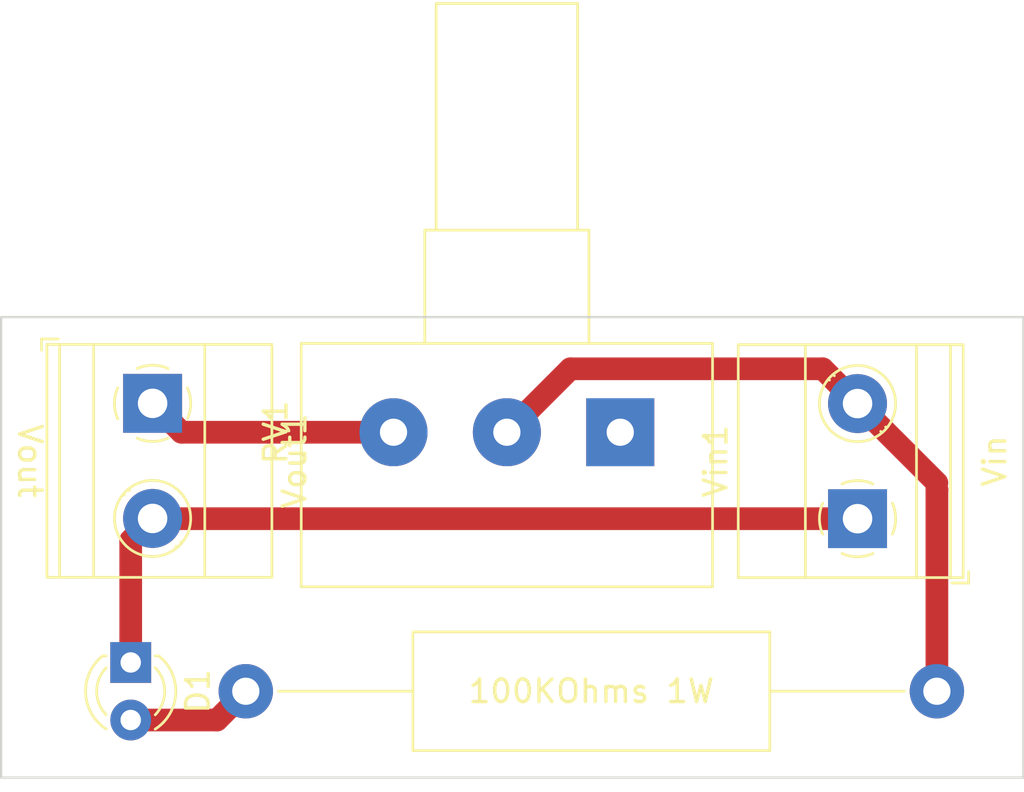
<source format=kicad_pcb>
(kicad_pcb (version 20211014) (generator pcbnew)
  (layers (0 "F.Cu" signal) (31 "B.Cu" signal) (34 "B.Paste" user) (35 "F.Paste" user) (36 "B.SilkS" user "B.Silkscreen") (37 "F.SilkS" user "F.Silkscreen") (38 "B.Mask" user) (39 "F.Mask" user) (44 "Edge.Cuts" user))
  (net 0 "")
  (net 1 "Net-(D1-Pad1)")
  (net 2 "Net-(D1-Pad2)")
  (net 3 "Net-(Vin1-Pad2)")
  (net 4 "Net-(Vout1-Pad1)")
  (footprint "TerminalBlock_Phoenix:TerminalBlock_Phoenix_MKDS-1,5-2-5.08_1x02_P5.08mm_Horizontal" (layer "F.Cu") (at 170.485 71.125 90)
    (fp_text reference "Vin1" (at 2.54 -6.26 90) (layer "F.SilkS"))
    (fp_text value "Screw_Terminal_01x02")
    (fp_line (start -2.84 4.9) (end -2.34 4.9) (layer "F.SilkS") (width 0.12))
    (fp_line (start -2.6 -5.261) (end -2.6 4.66) (layer "F.SilkS") (width 0.12))
    (fp_line (start 7.68 -5.261) (end 7.68 4.66) (layer "F.SilkS") (width 0.12))
    (fp_line (start -2.6 2.6) (end 7.68 2.6) (layer "F.SilkS") (width 0.12))
    (fp_line (start -2.84 4.16) (end -2.84 4.9) (layer "F.SilkS") (width 0.12))
    (fp_line (start -2.6 4.66) (end 7.68 4.66) (layer "F.SilkS") (width 0.12))
    (fp_line (start -2.6 4.1) (end 7.68 4.1) (layer "F.SilkS") (width 0.12))
    (fp_line (start 4.046 1.239) (end 4.011 1.274) (layer "F.SilkS") (width 0.12))
    (fp_line (start 6.355 -1.069) (end 6.308 -1.023) (layer "F.SilkS") (width 0.12))
    (fp_line (start 3.853 1.023) (end 3.806 1.069) (layer "F.SilkS") (width 0.12))
    (fp_line (start -2.6 -2.301) (end 7.68 -2.301) (layer "F.SilkS") (width 0.12))
    (fp_line (start -2.6 -5.261) (end 7.68 -5.261) (layer "F.SilkS") (width 0.12))
    (fp_line (start 6.15 -1.275) (end 6.115 -1.239) (layer "F.SilkS") (width 0.12))
    (fp_arc (start -0.683042 -1.535427) (mid 0.000524 -1.680501) (end 0.684 -1.535) (layer "F.SilkS") (width 0.12))
    (fp_arc (start 0.683318 1.534756) (mid 0.349292 1.643288) (end 0 1.68) (layer "F.SilkS") (width 0.12))
    (fp_arc (start 0.028805 1.680253) (mid -0.335551 1.646659) (end -0.684 1.535) (layer "F.SilkS") (width 0.12))
    (fp_arc (start -1.535427 0.683042) (mid -1.680501 -0.000524) (end -1.535 -0.684) (layer "F.SilkS") (width 0.12))
    (fp_arc (start 1.535427 -0.683042) (mid 1.680501 0.000524) (end 1.535 0.684) (layer "F.SilkS") (width 0.12))
    (fp_circle (center 5.08 0) (end 6.76 0) (layer "F.SilkS") (width 0.12) (fill none))
    (pad "1" thru_hole rect (at 0 0 90) (size 2.6 2.6) (drill 1.3) (layers *.Cu *.Mask) (net 1 "Net-(D1-Pad1)"))
    (pad "2" thru_hole circle (at 5.08 0 90) (size 2.6 2.6) (drill 1.3) (layers *.Cu *.Mask) (net 3 "Net-(Vin1-Pad2)"))
  )
  (footprint "Potentiometer_THT:Potentiometer_Alps_RK163_Single_Horizontal" (layer "F.Cu") (at 160.02 67.31 -90)
    (fp_text reference "RV1" (at 0 15.2 90) (layer "F.SilkS"))
    (fp_text value "R_Potentiometer")
    (fp_line (start -8.92 8.62) (end -8.92 1.38) (layer "F.SilkS") (width 0.12))
    (fp_line (start -8.92 8.12) (end -18.92 8.12) (layer "F.SilkS") (width 0.12))
    (fp_line (start -3.92 14.07) (end -3.92 -4.07) (layer "F.SilkS") (width 0.12))
    (fp_line (start 6.82 14.07) (end -3.92 14.07) (layer "F.SilkS") (width 0.12))
    (fp_line (start -3.92 1.38) (end -8.92 1.38) (layer "F.SilkS") (width 0.12))
    (fp_line (start 6.82 -4.07) (end -3.92 -4.07) (layer "F.SilkS") (width 0.12))
    (fp_line (start -8.92 1.88) (end -18.92 1.88) (layer "F.SilkS") (width 0.12))
    (fp_line (start -3.92 8.62) (end -8.92 8.62) (layer "F.SilkS") (width 0.12))
    (fp_line (start -18.92 8.12) (end -18.92 1.88) (layer "F.SilkS") (width 0.12))
    (fp_line (start 6.82 14.07) (end 6.82 -4.07) (layer "F.SilkS") (width 0.12))
    (pad "1" thru_hole rect (at 0 0 90) (size 3 3) (drill 1.2) (layers *.Cu *.Mask))
    (pad "2" thru_hole circle (at 0 5 90) (size 3 3) (drill 1.2) (layers *.Cu *.Mask) (net 3 "Net-(Vin1-Pad2)"))
    (pad "3" thru_hole circle (at 0 10 90) (size 3 3) (drill 1.2) (layers *.Cu *.Mask) (net 4 "Net-(Vout1-Pad1)"))
  )
  (footprint "LED_THT:LED_D3.0mm" (layer "F.Cu") (at 138.43 77.47 -90)
    (fp_text reference "D1" (at 1.27 -2.96 90) (layer "F.SilkS"))
    (fp_text value "LED")
    (fp_line (start -0.29 -1.236) (end -0.29 -1.08) (layer "F.SilkS") (width 0.12))
    (fp_line (start -0.29 1.08) (end -0.29 1.236) (layer "F.SilkS") (width 0.12))
    (fp_arc (start 2.942335 1.078608) (mid 1.366487 1.987659) (end -0.29 1.235516) (layer "F.SilkS") (width 0.12))
    (fp_arc (start 2.31113 1.079837) (mid 1.270117 1.5) (end 0.229039 1.08) (layer "F.SilkS") (width 0.12))
    (fp_arc (start 0.229039 -1.08) (mid 1.270117 -1.5) (end 2.31113 -1.079837) (layer "F.SilkS") (width 0.12))
    (fp_arc (start -0.29 -1.235516) (mid 1.366487 -1.987659) (end 2.942335 -1.078608) (layer "F.SilkS") (width 0.12))
    (pad "1" thru_hole rect (at 0 0 270) (size 1.8 1.8) (drill 0.9) (layers *.Cu *.Mask) (net 1 "Net-(D1-Pad1)"))
    (pad "2" thru_hole circle (at 2.54 0 270) (size 1.8 1.8) (drill 0.9) (layers *.Cu *.Mask) (net 2 "Net-(D1-Pad2)"))
  )
  (footprint "Resistor_THT:R_Axial_DIN0516_L15.5mm_D5.0mm_P30.48mm_Horizontal" (layer "F.Cu") (at 143.505 78.74)
    (fp_text reference "100KOhms 1W" (at 15.24 0) (layer "F.SilkS"))
    (fp_text value "100K_1W")
    (fp_line (start 23.11 2.62) (end 23.11 -2.62) (layer "F.SilkS") (width 0.12))
    (fp_line (start 1.44 0) (end 7.37 0) (layer "F.SilkS") (width 0.12))
    (fp_line (start 29.04 0) (end 23.11 0) (layer "F.SilkS") (width 0.12))
    (fp_line (start 7.37 -2.62) (end 7.37 2.62) (layer "F.SilkS") (width 0.12))
    (fp_line (start 23.11 -2.62) (end 7.37 -2.62) (layer "F.SilkS") (width 0.12))
    (fp_line (start 7.37 2.62) (end 23.11 2.62) (layer "F.SilkS") (width 0.12))
    (pad "1" thru_hole circle (at 0 0) (size 2.4 2.4) (drill 1.2) (layers *.Cu *.Mask) (net 2 "Net-(D1-Pad2)"))
    (pad "2" thru_hole oval (at 30.48 0) (size 2.4 2.4) (drill 1.2) (layers *.Cu *.Mask) (net 3 "Net-(Vin1-Pad2)"))
  )
  (footprint "TerminalBlock_Phoenix:TerminalBlock_Phoenix_MKDS-1,5-2-5.08_1x02_P5.08mm_Horizontal" (layer "F.Cu") (at 139.395 66.035 -90)
    (fp_text reference "Vout1" (at 2.54 -6.26 90) (layer "F.SilkS"))
    (fp_text value "Screw_Terminal_01x02")
    (fp_line (start -2.6 2.6) (end 7.68 2.6) (layer "F.SilkS") (width 0.12))
    (fp_line (start 6.355 -1.069) (end 6.308 -1.023) (layer "F.SilkS") (width 0.12))
    (fp_line (start -2.6 4.1) (end 7.68 4.1) (layer "F.SilkS") (width 0.12))
    (fp_line (start 3.853 1.023) (end 3.806 1.069) (layer "F.SilkS") (width 0.12))
    (fp_line (start -2.84 4.16) (end -2.84 4.9) (layer "F.SilkS") (width 0.12))
    (fp_line (start -2.6 -5.261) (end -2.6 4.66) (layer "F.SilkS") (width 0.12))
    (fp_line (start -2.6 -5.261) (end 7.68 -5.261) (layer "F.SilkS") (width 0.12))
    (fp_line (start 4.046 1.239) (end 4.011 1.274) (layer "F.SilkS") (width 0.12))
    (fp_line (start 6.15 -1.275) (end 6.115 -1.239) (layer "F.SilkS") (width 0.12))
    (fp_line (start -2.84 4.9) (end -2.34 4.9) (layer "F.SilkS") (width 0.12))
    (fp_line (start -2.6 4.66) (end 7.68 4.66) (layer "F.SilkS") (width 0.12))
    (fp_line (start 7.68 -5.261) (end 7.68 4.66) (layer "F.SilkS") (width 0.12))
    (fp_line (start -2.6 -2.301) (end 7.68 -2.301) (layer "F.SilkS") (width 0.12))
    (fp_arc (start 0.028805 1.680253) (mid -0.335551 1.646659) (end -0.684 1.535) (layer "F.SilkS") (width 0.12))
    (fp_arc (start -0.683042 -1.535427) (mid 0.000524 -1.680501) (end 0.684 -1.535) (layer "F.SilkS") (width 0.12))
    (fp_arc (start 0.683318 1.534756) (mid 0.349292 1.643288) (end 0 1.68) (layer "F.SilkS") (width 0.12))
    (fp_arc (start -1.535427 0.683042) (mid -1.680501 -0.000524) (end -1.535 -0.684) (layer "F.SilkS") (width 0.12))
    (fp_arc (start 1.535427 -0.683042) (mid 1.680501 0.000524) (end 1.535 0.684) (layer "F.SilkS") (width 0.12))
    (fp_circle (center 5.08 0) (end 6.76 0) (layer "F.SilkS") (width 0.12) (fill none))
    (pad "1" thru_hole rect (at 0 0 270) (size 2.6 2.6) (drill 1.3) (layers *.Cu *.Mask) (net 4 "Net-(Vout1-Pad1)"))
    (pad "2" thru_hole circle (at 5.08 0 270) (size 2.6 2.6) (drill 1.3) (layers *.Cu *.Mask) (net 1 "Net-(D1-Pad1)"))
  )
  (gr_rect (start 132.715 62.23) (end 177.8 82.55) (layer "Edge.Cuts") (width 0.1) (fill none))
  (gr_text "Vout" (at 133.985 68.58 270) (layer "F.SilkS") (effects (font (size 1 1))))
  (gr_text "Vin" (at 176.53 68.58 90) (layer "F.SilkS") (effects (font (size 1 1))))
  (segment (start 138.43 72.08) (end 139.395 71.115) (width 1) (layer "F.Cu") (net 1))
  (segment (start 138.43 77.47) (end 138.43 72.08) (width 1) (layer "F.Cu") (net 1))
  (segment (start 139.405 71.125) (end 139.395 71.115) (width 1) (layer "F.Cu") (net 1))
  (segment (start 170.485 71.125) (end 139.405 71.125) (width 1) (layer "F.Cu") (net 1))
  (segment (start 142.235 80.01) (end 138.43 80.01) (width 1) (layer "F.Cu") (net 2))
  (segment (start 143.505 78.74) (end 142.235 80.01) (width 1) (layer "F.Cu") (net 2))
  (segment (start 173.985 78.74) (end 173.985 69.855) (width 1) (layer "F.Cu") (net 3))
  (segment (start 173.985 69.855) (end 173.99 69.85) (width 1) (layer "F.Cu") (net 3))
  (segment (start 168.950489 64.510489) (end 157.819511 64.510489) (width 1) (layer "F.Cu") (net 3))
  (segment (start 170.485 66.045) (end 173.985 69.545) (width 1) (layer "F.Cu") (net 3))
  (segment (start 157.819511 64.510489) (end 155.02 67.31) (width 1) (layer "F.Cu") (net 3))
  (segment (start 170.485 66.045) (end 168.950489 64.510489) (width 1) (layer "F.Cu") (net 3))
  (segment (start 150.02 67.31) (end 140.67 67.31) (width 1) (layer "F.Cu") (net 4))
  (segment (start 140.67 67.31) (end 139.395 66.035) (width 1) (layer "F.Cu") (net 4))
)
</source>
